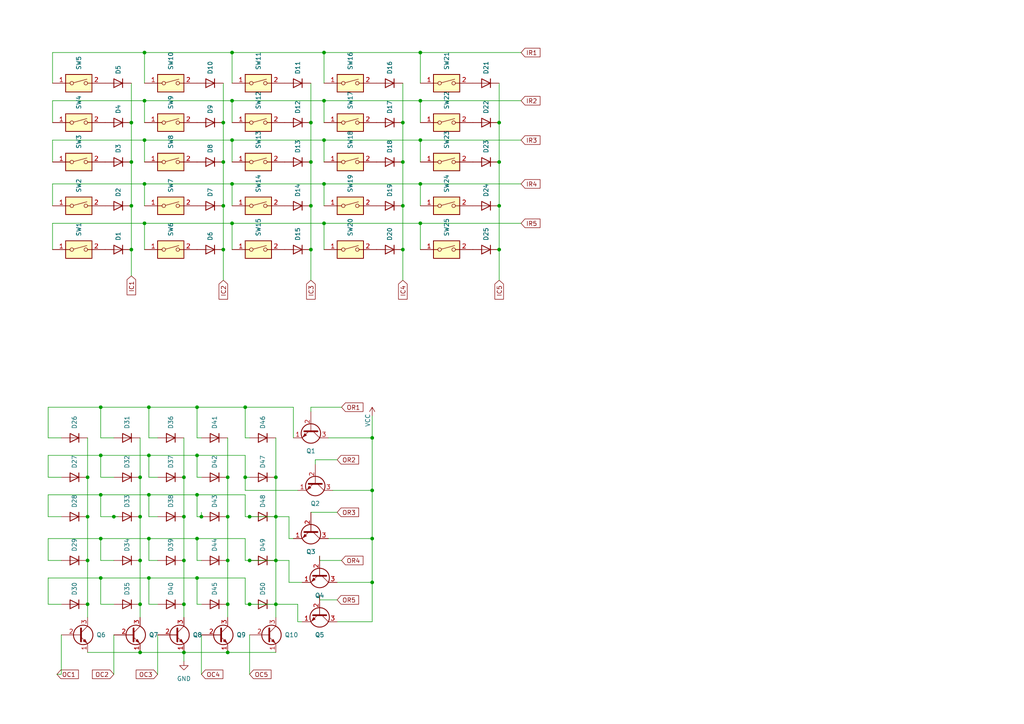
<source format=kicad_sch>
(kicad_sch (version 20230121) (generator eeschema)
  (paper "A4")
  (lib_symbols
    (symbol "Device:Q_NPN_EBC" (pin_names (offset 0) hide)
      (property "Reference" "Q" (at 5.08 1.27 0))
      (property "Value" "Q_NPN_EBC" (at 5.08 -1.27 0))
      (symbol "Q_NPN_EBC_0_1"
        (polyline (pts (xy 0.635 0.635) (xy 2.54 2.54)))
        (polyline (pts (xy 0.635 -0.635) (xy 2.54 -2.54) (xy 2.54 -2.54)))
        (polyline (pts (xy 0.635 1.905) (xy 0.635 -1.905) (xy 0.635 -1.905)) (stroke (width 0.508)))
        (polyline (pts (xy 1.27 -1.778) (xy 1.778 -1.27) (xy 2.286 -2.286) (xy 1.27 -1.778) (xy 1.27 -1.778)) (fill (type outline)))
        (circle (center 1.27 0) (radius 2.8194) (stroke (width 0.254)))
      )
      (symbol "Q_NPN_EBC_1_1"
        (pin passive line (at 2.54 -5.08 90) (length 2.54) (name "E") (number "1"))
        (pin passive line (at -5.08 0 0) (length 5.715) (name "B") (number "2"))
        (pin passive line (at 2.54 5.08 270) (length 2.54) (name "C") (number "3"))
      )
    )
    (symbol "Diode:1N4148" (pin_numbers hide) (pin_names hide)
      (property "Reference" "D" (at 0 2.54 0))
      (property "Value" "1N4148" (at 0 -2.54 0))
      (symbol "1N4148_0_1"
        (polyline (pts (xy -1.27 1.27) (xy -1.27 -1.27)) (stroke (width 0.254)))
        (polyline (pts (xy 1.27 0) (xy -1.27 0)))
        (polyline (pts (xy 1.27 1.27) (xy 1.27 -1.27) (xy -1.27 0) (xy 1.27 1.27)) (stroke (width 0.254)))
      )
      (symbol "1N4148_1_1"
        (pin passive line (at -3.81 0 0) (length 2.54) (name "K") (number "1"))
        (pin passive line (at 3.81 0 180) (length 2.54) (name "A") (number "2"))
      )
    )
    (symbol "SW_DIP_x01_1" (pin_names (offset 0) hide)
      (property "Reference" "SW16" (at 0 3.81 90))
      (symbol "SW_DIP_x01_1_0_0"
        (circle (center -2.032 0) (radius 0.508))
        (polyline (pts (xy -1.524 0.127) (xy 2.3622 1.1684)))
        (circle (center 2.032 0) (radius 0.508))
      )
      (symbol "SW_DIP_x01_1_0_1"
        (rectangle (start -3.81 2.54) (end 3.81 -2.54) (stroke (width 0.254)) (fill (type background)))
      )
      (symbol "SW_DIP_x01_1_1_1"
        (pin passive line (at -7.62 0 0) (length 5.08) (name "~") (number "1"))
        (pin passive line (at 7.62 0 180) (length 5.08) (name "~") (number "2"))
      )
    )
    (symbol "Switch:SW_DIP_x01" (pin_names (offset 0) hide)
      (property "Reference" "SW" (at 0 3.81 0))
      (property "Value" "SW_DIP_x01" (at 0 -3.81 0))
      (symbol "SW_DIP_x01_0_0"
        (circle (center -2.032 0) (radius 0.508))
        (polyline (pts (xy -1.524 0.127) (xy 2.3622 1.1684)))
        (circle (center 2.032 0) (radius 0.508))
      )
      (symbol "SW_DIP_x01_0_1"
        (rectangle (start -3.81 2.54) (end 3.81 -2.54) (stroke (width 0.254)) (fill (type background)))
      )
      (symbol "SW_DIP_x01_1_1"
        (pin passive line (at -7.62 0 0) (length 5.08) (name "~") (number "1"))
        (pin passive line (at 7.62 0 180) (length 5.08) (name "~") (number "2"))
      )
    )
    (symbol "power:GND" (power) (pin_names (offset 0))
      (property "Value" "GND" (at 0 -3.81 0))
      (symbol "GND_0_1"
        (polyline (pts (xy 0 0) (xy 0 -1.27) (xy 1.27 -1.27) (xy 0 -2.54) (xy -1.27 -1.27) (xy 0 -1.27)))
      )
      (symbol "GND_1_1"
        (pin power_in line (at 0 0 270) (length 0) hide (name "GND") (number "1"))
      )
    )
    (symbol "power:VCC" (power) (pin_names (offset 0))
      (property "Value" "VCC" (at 0 3.81 0))
      (symbol "VCC_0_1"
        (polyline (pts (xy -0.762 1.27) (xy 0 2.54)))
        (polyline (pts (xy 0 0) (xy 0 2.54)))
        (polyline (pts (xy 0 2.54) (xy 0.762 1.27)))
      )
      (symbol "VCC_1_1"
        (pin power_in line (at 0 0 90) (length 0) hide (name "VCC") (number "1"))
      )
    )
  )
  (junction (at 67.31 64.77))
  (junction (at 40.64 175.26))
  (junction (at 80.01 149.86))
  (junction (at 116.84 72.39))
  (junction (at 67.31 15.24))
  (junction (at 43.18 118.11))
  (junction (at 64.77 46.99))
  (junction (at 57.15 132.08))
  (junction (at 71.12 118.11))
  (junction (at 72.39 162.56))
  (junction (at 43.18 132.08))
  (junction (at 116.84 35.56))
  (junction (at 93.98 29.21))
  (junction (at 41.91 29.21))
  (junction (at 53.34 162.56))
  (junction (at 43.18 143.51))
  (junction (at 29.21 156.21))
  (junction (at 67.31 53.34))
  (junction (at 80.01 175.26))
  (junction (at 38.1 35.56))
  (junction (at 40.64 162.56))
  (junction (at 66.04 189.23))
  (junction (at 144.78 35.56))
  (junction (at 66.04 149.86))
  (junction (at 64.77 59.69))
  (junction (at 41.91 64.77))
  (junction (at 121.92 64.77))
  (junction (at 121.92 29.21))
  (junction (at 25.4 149.86))
  (junction (at 43.18 167.64))
  (junction (at 144.78 72.39))
  (junction (at 90.17 46.99))
  (junction (at 90.17 35.56))
  (junction (at 116.84 46.99))
  (junction (at 58.42 149.86))
  (junction (at 66.04 138.43))
  (junction (at 72.39 149.86))
  (junction (at 33.02 149.86))
  (junction (at 38.1 59.69))
  (junction (at 72.39 175.26))
  (junction (at 93.98 40.64))
  (junction (at 57.15 156.21))
  (junction (at 107.95 156.21))
  (junction (at 25.4 175.26))
  (junction (at 93.98 53.34))
  (junction (at 38.1 46.99))
  (junction (at 80.01 162.56))
  (junction (at 29.21 132.08))
  (junction (at 66.04 175.26))
  (junction (at 29.21 118.11))
  (junction (at 71.12 138.43))
  (junction (at 38.1 72.39))
  (junction (at 53.34 149.86))
  (junction (at 53.34 175.26))
  (junction (at 116.84 59.69))
  (junction (at 41.91 40.64))
  (junction (at 144.78 46.99))
  (junction (at 40.64 189.23))
  (junction (at 107.95 127))
  (junction (at 25.4 138.43))
  (junction (at 121.92 53.34))
  (junction (at 90.17 72.39))
  (junction (at 41.91 53.34))
  (junction (at 107.95 168.91))
  (junction (at 66.04 162.56))
  (junction (at 67.31 29.21))
  (junction (at 144.78 59.69))
  (junction (at 40.64 138.43))
  (junction (at 53.34 189.23))
  (junction (at 93.98 64.77))
  (junction (at 57.15 143.51))
  (junction (at 43.18 156.21))
  (junction (at 67.31 40.64))
  (junction (at 53.34 138.43))
  (junction (at 41.91 15.24))
  (junction (at 93.98 15.24))
  (junction (at 57.15 167.64))
  (junction (at 121.92 15.24))
  (junction (at 25.4 162.56))
  (junction (at 80.01 138.43))
  (junction (at 29.21 167.64))
  (junction (at 121.92 40.64))
  (junction (at 57.15 118.11))
  (junction (at 40.64 149.86))
  (junction (at 64.77 35.56))
  (junction (at 107.95 142.24))
  (junction (at 64.77 72.39))
  (junction (at 90.17 59.69))
  (junction (at 29.21 143.51))
  (wire (pts (xy 96.52 142.24) (xy 107.95 142.24)))
  (wire (pts (xy 71.12 138.43) (xy 72.39 138.43)))
  (wire (pts (xy 29.21 118.11) (xy 43.18 118.11)))
  (wire (pts (xy 15.24 40.64) (xy 41.91 40.64)))
  (wire (pts (xy 40.64 138.43) (xy 40.64 149.86)))
  (wire (pts (xy 71.12 143.51) (xy 71.12 149.86)))
  (wire (pts (xy 83.82 156.21) (xy 83.82 149.86)))
  (wire (pts (xy 29.21 156.21) (xy 43.18 156.21)))
  (wire (pts (xy 67.31 29.21) (xy 93.98 29.21)))
  (wire (pts (xy 57.15 132.08) (xy 71.12 132.08)))
  (wire (pts (xy 144.78 72.39) (xy 144.78 59.69)))
  (wire (pts (xy 67.31 40.64) (xy 67.31 46.99)))
  (wire (pts (xy 58.42 149.86) (xy 58.42 148.59)))
  (wire (pts (xy 57.15 143.51) (xy 57.15 149.86)))
  (wire (pts (xy 67.31 15.24) (xy 93.98 15.24)))
  (wire (pts (xy 15.24 15.24) (xy 41.91 15.24)))
  (wire (pts (xy 25.4 138.43) (xy 25.4 149.86)))
  (wire (pts (xy 15.24 59.69) (xy 15.24 53.34)))
  (wire (pts (xy 80.01 149.86) (xy 72.39 149.86)))
  (wire (pts (xy 15.24 72.39) (xy 15.24 64.77)))
  (wire (pts (xy 83.82 162.56) (xy 80.01 162.56)))
  (wire (pts (xy 13.97 149.86) (xy 17.78 149.86)))
  (wire (pts (xy 90.17 118.11) (xy 99.06 118.11)))
  (wire (pts (xy 15.24 53.34) (xy 41.91 53.34)))
  (wire (pts (xy 93.98 29.21) (xy 121.92 29.21)))
  (wire (pts (xy 53.34 175.26) (xy 53.34 162.56)))
  (wire (pts (xy 13.97 175.26) (xy 17.78 175.26)))
  (wire (pts (xy 40.64 175.26) (xy 40.64 162.56)))
  (wire (pts (xy 66.04 189.23) (xy 80.01 189.23)))
  (wire (pts (xy 38.1 35.56) (xy 38.1 46.99)))
  (wire (pts (xy 67.31 15.24) (xy 67.31 24.13)))
  (wire (pts (xy 95.25 127) (xy 107.95 127)))
  (wire (pts (xy 71.12 118.11) (xy 71.12 127)))
  (wire (pts (xy 86.36 180.34) (xy 87.63 180.34)))
  (wire (pts (xy 80.01 175.26) (xy 80.01 162.56)))
  (wire (pts (xy 90.17 35.56) (xy 90.17 46.99)))
  (wire (pts (xy 71.12 142.24) (xy 86.36 142.24)))
  (wire (pts (xy 57.15 149.86) (xy 58.42 149.86)))
  (wire (pts (xy 43.18 156.21) (xy 57.15 156.21)))
  (wire (pts (xy 15.24 64.77) (xy 41.91 64.77)))
  (wire (pts (xy 29.21 138.43) (xy 33.02 138.43)))
  (wire (pts (xy 95.25 156.21) (xy 107.95 156.21)))
  (wire (pts (xy 71.12 118.11) (xy 85.09 118.11)))
  (wire (pts (xy 57.15 132.08) (xy 57.15 138.43)))
  (wire (pts (xy 38.1 24.13) (xy 38.1 35.56)))
  (wire (pts (xy 93.98 64.77) (xy 93.98 72.39)))
  (wire (pts (xy 93.98 64.77) (xy 121.92 64.77)))
  (wire (pts (xy 121.92 29.21) (xy 151.13 29.21)))
  (wire (pts (xy 41.91 15.24) (xy 67.31 15.24)))
  (wire (pts (xy 43.18 138.43) (xy 45.72 138.43)))
  (wire (pts (xy 13.97 138.43) (xy 13.97 132.08)))
  (wire (pts (xy 29.21 132.08) (xy 43.18 132.08)))
  (wire (pts (xy 67.31 64.77) (xy 93.98 64.77)))
  (wire (pts (xy 71.12 142.24) (xy 71.12 138.43)))
  (wire (pts (xy 80.01 127) (xy 80.01 138.43)))
  (wire (pts (xy 83.82 168.91) (xy 87.63 168.91)))
  (wire (pts (xy 25.4 127) (xy 25.4 138.43)))
  (wire (pts (xy 57.15 156.21) (xy 57.15 162.56)))
  (wire (pts (xy 58.42 195.58) (xy 58.42 184.15)))
  (wire (pts (xy 71.12 175.26) (xy 72.39 175.26)))
  (wire (pts (xy 93.98 53.34) (xy 93.98 59.69)))
  (wire (pts (xy 93.98 15.24) (xy 93.98 24.13)))
  (wire (pts (xy 53.34 175.26) (xy 53.34 179.07)))
  (wire (pts (xy 33.02 149.86) (xy 34.29 149.86)))
  (wire (pts (xy 57.15 156.21) (xy 71.12 156.21)))
  (wire (pts (xy 92.71 162.56) (xy 92.71 161.29)))
  (wire (pts (xy 40.64 189.23) (xy 53.34 189.23)))
  (wire (pts (xy 13.97 162.56) (xy 13.97 156.21)))
  (wire (pts (xy 15.24 46.99) (xy 15.24 40.64)))
  (wire (pts (xy 93.98 40.64) (xy 121.92 40.64)))
  (wire (pts (xy 13.97 132.08) (xy 29.21 132.08)))
  (wire (pts (xy 43.18 162.56) (xy 45.72 162.56)))
  (wire (pts (xy 29.21 149.86) (xy 33.02 149.86)))
  (wire (pts (xy 67.31 29.21) (xy 67.31 35.56)))
  (wire (pts (xy 80.01 138.43) (xy 80.01 149.86)))
  (wire (pts (xy 71.12 162.56) (xy 72.39 162.56)))
  (wire (pts (xy 43.18 167.64) (xy 57.15 167.64)))
  (wire (pts (xy 57.15 127) (xy 58.42 127)))
  (wire (pts (xy 83.82 168.91) (xy 83.82 162.56)))
  (wire (pts (xy 53.34 138.43) (xy 53.34 149.86)))
  (wire (pts (xy 41.91 53.34) (xy 41.91 59.69)))
  (wire (pts (xy 38.1 46.99) (xy 38.1 59.69)))
  (wire (pts (xy 13.97 127) (xy 17.78 127)))
  (wire (pts (xy 66.04 175.26) (xy 66.04 162.56)))
  (wire (pts (xy 85.09 156.21) (xy 83.82 156.21)))
  (wire (pts (xy 29.21 143.51) (xy 43.18 143.51)))
  (wire (pts (xy 53.34 189.23) (xy 66.04 189.23)))
  (wire (pts (xy 41.91 40.64) (xy 41.91 46.99)))
  (wire (pts (xy 80.01 175.26) (xy 80.01 179.07)))
  (wire (pts (xy 116.84 46.99) (xy 116.84 59.69)))
  (wire (pts (xy 80.01 175.26) (xy 72.39 175.26)))
  (wire (pts (xy 40.64 127) (xy 40.64 138.43)))
  (wire (pts (xy 64.77 72.39) (xy 64.77 81.28)))
  (wire (pts (xy 107.95 156.21) (xy 107.95 168.91)))
  (wire (pts (xy 15.24 35.56) (xy 15.24 29.21)))
  (wire (pts (xy 90.17 72.39) (xy 90.17 81.28)))
  (wire (pts (xy 29.21 175.26) (xy 33.02 175.26)))
  (wire (pts (xy 92.71 173.99) (xy 97.79 173.99)))
  (wire (pts (xy 90.17 148.59) (xy 97.79 148.59)))
  (wire (pts (xy 57.15 143.51) (xy 71.12 143.51)))
  (wire (pts (xy 43.18 127) (xy 45.72 127)))
  (wire (pts (xy 25.4 179.07) (xy 25.4 175.26)))
  (wire (pts (xy 116.84 24.13) (xy 116.84 35.56)))
  (wire (pts (xy 13.97 156.21) (xy 29.21 156.21)))
  (wire (pts (xy 43.18 118.11) (xy 43.18 127)))
  (wire (pts (xy 57.15 167.64) (xy 57.15 175.26)))
  (wire (pts (xy 41.91 64.77) (xy 67.31 64.77)))
  (wire (pts (xy 107.95 142.24) (xy 107.95 156.21)))
  (wire (pts (xy 83.82 149.86) (xy 80.01 149.86)))
  (wire (pts (xy 144.78 24.13) (xy 144.78 35.56)))
  (wire (pts (xy 41.91 15.24) (xy 41.91 24.13)))
  (wire (pts (xy 116.84 35.56) (xy 116.84 46.99)))
  (wire (pts (xy 13.97 167.64) (xy 29.21 167.64)))
  (wire (pts (xy 29.21 143.51) (xy 29.21 149.86)))
  (wire (pts (xy 25.4 149.86) (xy 25.4 162.56)))
  (wire (pts (xy 90.17 72.39) (xy 90.17 59.69)))
  (wire (pts (xy 64.77 72.39) (xy 64.77 59.69)))
  (wire (pts (xy 144.78 35.56) (xy 144.78 46.99)))
  (wire (pts (xy 71.12 127) (xy 72.39 127)))
  (wire (pts (xy 86.36 175.26) (xy 80.01 175.26)))
  (wire (pts (xy 72.39 149.86) (xy 71.12 149.86)))
  (wire (pts (xy 90.17 46.99) (xy 90.17 59.69)))
  (wire (pts (xy 121.92 15.24) (xy 151.13 15.24)))
  (wire (pts (xy 64.77 46.99) (xy 64.77 59.69)))
  (wire (pts (xy 45.72 195.58) (xy 45.72 184.15)))
  (wire (pts (xy 67.31 53.34) (xy 93.98 53.34)))
  (wire (pts (xy 13.97 162.56) (xy 17.78 162.56)))
  (wire (pts (xy 38.1 59.69) (xy 38.1 72.39)))
  (wire (pts (xy 57.15 138.43) (xy 58.42 138.43)))
  (wire (pts (xy 144.78 72.39) (xy 144.78 81.28)))
  (wire (pts (xy 15.24 24.13) (xy 15.24 15.24)))
  (wire (pts (xy 29.21 132.08) (xy 29.21 138.43)))
  (wire (pts (xy 25.4 189.23) (xy 40.64 189.23)))
  (wire (pts (xy 72.39 195.58) (xy 72.39 184.15)))
  (wire (pts (xy 90.17 24.13) (xy 90.17 35.56)))
  (wire (pts (xy 121.92 40.64) (xy 151.13 40.64)))
  (wire (pts (xy 16.51 195.58) (xy 17.78 195.58)))
  (wire (pts (xy 40.64 149.86) (xy 40.64 162.56)))
  (wire (pts (xy 57.15 167.64) (xy 71.12 167.64)))
  (wire (pts (xy 13.97 143.51) (xy 29.21 143.51)))
  (wire (pts (xy 66.04 138.43) (xy 66.04 149.86)))
  (wire (pts (xy 43.18 143.51) (xy 43.18 149.86)))
  (wire (pts (xy 71.12 156.21) (xy 71.12 162.56)))
  (wire (pts (xy 17.78 195.58) (xy 17.78 184.15)))
  (wire (pts (xy 41.91 64.77) (xy 41.91 72.39)))
  (wire (pts (xy 93.98 15.24) (xy 121.92 15.24)))
  (wire (pts (xy 13.97 138.43) (xy 17.78 138.43)))
  (wire (pts (xy 67.31 64.77) (xy 67.31 72.39)))
  (wire (pts (xy 97.79 180.34) (xy 107.95 180.34)))
  (wire (pts (xy 38.1 72.39) (xy 38.1 80.01)))
  (wire (pts (xy 107.95 180.34) (xy 107.95 168.91)))
  (wire (pts (xy 13.97 118.11) (xy 29.21 118.11)))
  (wire (pts (xy 33.02 195.58) (xy 33.02 184.15)))
  (wire (pts (xy 121.92 64.77) (xy 121.92 72.39)))
  (wire (pts (xy 43.18 143.51) (xy 57.15 143.51)))
  (wire (pts (xy 43.18 118.11) (xy 57.15 118.11)))
  (wire (pts (xy 71.12 167.64) (xy 71.12 175.26)))
  (wire (pts (xy 64.77 35.56) (xy 64.77 46.99)))
  (wire (pts (xy 72.39 162.56) (xy 80.01 162.56)))
  (wire (pts (xy 29.21 118.11) (xy 29.21 127)))
  (wire (pts (xy 13.97 127) (xy 13.97 118.11)))
  (wire (pts (xy 64.77 24.13) (xy 64.77 35.56)))
  (wire (pts (xy 43.18 175.26) (xy 45.72 175.26)))
  (wire (pts (xy 57.15 175.26) (xy 58.42 175.26)))
  (wire (pts (xy 15.24 29.21) (xy 41.91 29.21)))
  (wire (pts (xy 41.91 40.64) (xy 67.31 40.64)))
  (wire (pts (xy 93.98 29.21) (xy 93.98 35.56)))
  (wire (pts (xy 67.31 40.64) (xy 93.98 40.64)))
  (wire (pts (xy 93.98 40.64) (xy 93.98 46.99)))
  (wire (pts (xy 57.15 118.11) (xy 71.12 118.11)))
  (wire (pts (xy 40.64 175.26) (xy 40.64 179.07)))
  (wire (pts (xy 121.92 29.21) (xy 121.92 35.56)))
  (wire (pts (xy 43.18 132.08) (xy 43.18 138.43)))
  (wire (pts (xy 121.92 15.24) (xy 121.92 24.13)))
  (wire (pts (xy 29.21 127) (xy 33.02 127)))
  (wire (pts (xy 41.91 29.21) (xy 41.91 35.56)))
  (wire (pts (xy 13.97 149.86) (xy 13.97 143.51)))
  (wire (pts (xy 29.21 162.56) (xy 33.02 162.56)))
  (wire (pts (xy 29.21 167.64) (xy 29.21 175.26)))
  (wire (pts (xy 144.78 46.99) (xy 144.78 59.69)))
  (wire (pts (xy 66.04 149.86) (xy 66.04 162.56)))
  (wire (pts (xy 91.44 133.35) (xy 91.44 134.62)))
  (wire (pts (xy 86.36 180.34) (xy 86.36 175.26)))
  (wire (pts (xy 121.92 64.77) (xy 151.13 64.77)))
  (wire (pts (xy 66.04 127) (xy 66.04 138.43)))
  (wire (pts (xy 91.44 133.35) (xy 97.79 133.35)))
  (wire (pts (xy 121.92 40.64) (xy 121.92 46.99)))
  (wire (pts (xy 29.21 156.21) (xy 29.21 162.56)))
  (wire (pts (xy 57.15 118.11) (xy 57.15 127)))
  (wire (pts (xy 66.04 175.26) (xy 66.04 179.07)))
  (wire (pts (xy 93.98 53.34) (xy 121.92 53.34)))
  (wire (pts (xy 116.84 72.39) (xy 116.84 81.28)))
  (wire (pts (xy 53.34 127) (xy 53.34 138.43)))
  (wire (pts (xy 90.17 118.11) (xy 90.17 119.38)))
  (wire (pts (xy 43.18 167.64) (xy 43.18 175.26)))
  (wire (pts (xy 25.4 162.56) (xy 25.4 175.26)))
  (wire (pts (xy 13.97 175.26) (xy 13.97 167.64)))
  (wire (pts (xy 85.09 118.11) (xy 85.09 127)))
  (wire (pts (xy 53.34 191.77) (xy 53.34 189.23)))
  (wire (pts (xy 67.31 53.34) (xy 67.31 59.69)))
  (wire (pts (xy 29.21 167.64) (xy 43.18 167.64)))
  (wire (pts (xy 116.84 72.39) (xy 116.84 59.69)))
  (wire (pts (xy 71.12 132.08) (xy 71.12 138.43)))
  (wire (pts (xy 107.95 120.65) (xy 107.95 127)))
  (wire (pts (xy 92.71 173.99) (xy 92.71 172.72)))
  (wire (pts (xy 43.18 156.21) (xy 43.18 162.56)))
  (wire (pts (xy 43.18 132.08) (xy 57.15 132.08)))
  (wire (pts (xy 43.18 149.86) (xy 45.72 149.86)))
  (wire (pts (xy 53.34 149.86) (xy 53.34 162.56)))
  (wire (pts (xy 121.92 53.34) (xy 151.13 53.34)))
  (wire (pts (xy 41.91 53.34) (xy 67.31 53.34)))
  (wire (pts (xy 58.42 162.56) (xy 57.15 162.56)))
  (wire (pts (xy 121.92 53.34) (xy 121.92 59.69)))
  (wire (pts (xy 107.95 127) (xy 107.95 142.24)))
  (wire (pts (xy 97.79 168.91) (xy 107.95 168.91)))
  (wire (pts (xy 41.91 29.21) (xy 67.31 29.21)))
  (wire (pts (xy 92.71 162.56) (xy 99.06 162.56)))
  (wire (pts (xy 80.01 149.86) (xy 80.01 162.56)))
  (global_label "IR4" (shape input) (at 151.13 53.34 0) (property "Intersheetrefs" "${INTERSHEET_REFS}" (effects hide)))
  (global_label "OC2" (shape input) (at 33.02 195.58 180) (property "Intersheetrefs" "${INTERSHEET_REFS}" (effects hide)))
  (global_label "IC3" (shape input) (at 90.17 81.28 270) (property "Intersheetrefs" "${INTERSHEET_REFS}" (effects hide)))
  (global_label "IR2" (shape input) (at 151.13 29.21 0) (property "Intersheetrefs" "${INTERSHEET_REFS}" (effects hide)))
  (global_label "OR4" (shape input) (at 99.06 162.56 0) (property "Intersheetrefs" "${INTERSHEET_REFS}" (effects hide)))
  (global_label "OC5" (shape input) (at 72.39 195.58 0) (property "Intersheetrefs" "${INTERSHEET_REFS}" (effects hide)))
  (global_label "IC2" (shape input) (at 64.77 81.28 270) (property "Intersheetrefs" "${INTERSHEET_REFS}" (effects hide)))
  (global_label "IC5" (shape input) (at 144.78 81.28 270) (property "Intersheetrefs" "${INTERSHEET_REFS}" (effects hide)))
  (global_label "OC3" (shape input) (at 45.72 195.58 180) (property "Intersheetrefs" "${INTERSHEET_REFS}" (effects hide)))
  (global_label "IR1" (shape input) (at 151.13 15.24 0) (property "Intersheetrefs" "${INTERSHEET_REFS}" (effects hide)))
  (global_label "IC1" (shape input) (at 38.1 80.01 270) (property "Intersheetrefs" "${INTERSHEET_REFS}" (effects hide)))
  (global_label "OR5" (shape input) (at 97.79 173.99 0) (property "Intersheetrefs" "${INTERSHEET_REFS}" (effects hide)))
  (global_label "OC1" (shape input) (at 16.51 195.58 0) (property "Intersheetrefs" "${INTERSHEET_REFS}" (effects hide)))
  (global_label "IC4" (shape input) (at 116.84 81.28 270) (property "Intersheetrefs" "${INTERSHEET_REFS}" (effects hide)))
  (global_label "OR2" (shape input) (at 97.79 133.35 0) (property "Intersheetrefs" "${INTERSHEET_REFS}" (effects hide)))
  (global_label "OR3" (shape input) (at 97.79 148.59 0) (property "Intersheetrefs" "${INTERSHEET_REFS}" (effects hide)))
  (global_label "OC4" (shape input) (at 58.42 195.58 0) (property "Intersheetrefs" "${INTERSHEET_REFS}" (effects hide)))
  (global_label "OR1" (shape input) (at 99.06 118.11 0) (property "Intersheetrefs" "${INTERSHEET_REFS}" (effects hide)))
  (global_label "IR5" (shape input) (at 151.13 64.77 0) (property "Intersheetrefs" "${INTERSHEET_REFS}" (effects hide)))
  (global_label "IR3" (shape input) (at 151.13 40.64 0) (property "Intersheetrefs" "${INTERSHEET_REFS}" (effects hide)))
  (symbol (lib_id "Diode:1N4148") (at 140.97 59.69 180) (unit 1)
    (property "Reference" "D24" (at 140.97 57.15 90) (effects (justify right)))
    (property "Value" "1N4148" (effects hide))
    (property "Footprint" "Diode_THT:D_DO-35_SOD27_P7.62mm_Horizontal" (effects hide))
    (property "Datasheet" "https://assets.nexperia.com/documents/data-sheet/1N4148_1N4448.pdf" (effects hide))
    (property "Sim.Device" "D" (effects hide))
    (property "Sim.Pins" "1=K 2=A" (effects hide))
  )
  (symbol (lib_id "Diode:1N4148") (at 86.36 46.99 180) (unit 1)
    (property "Reference" "D13" (at 86.36 44.45 90) (effects (justify right)))
    (property "Value" "1N4148" (effects hide))
    (property "Footprint" "Diode_THT:D_DO-35_SOD27_P7.62mm_Horizontal" (effects hide))
    (property "Datasheet" "https://assets.nexperia.com/documents/data-sheet/1N4148_1N4448.pdf" (effects hide))
    (property "Sim.Device" "D" (effects hide))
    (property "Sim.Pins" "1=K 2=A" (effects hide))
  )
  (symbol (lib_id "Diode:1N4148") (at 62.23 149.86 180) (unit 1)
    (property "Reference" "D43" (at 62.23 147.32 90) (effects (justify right)))
    (property "Value" "1N4148" (effects hide))
    (property "Footprint" "Diode_THT:D_DO-35_SOD27_P7.62mm_Horizontal" (effects hide))
    (property "Datasheet" "https://assets.nexperia.com/documents/data-sheet/1N4148_1N4448.pdf" (effects hide))
    (property "Sim.Device" "D" (effects hide))
    (property "Sim.Pins" "1=K 2=A" (effects hide))
  )
  (symbol (lib_id "Diode:1N4148") (at 34.29 24.13 180) (unit 1)
    (property "Reference" "D5" (at 34.29 21.59 90) (effects (justify right)))
    (property "Value" "1N4148" (effects hide))
    (property "Footprint" "Diode_THT:D_DO-35_SOD27_P7.62mm_Horizontal" (effects hide))
    (property "Datasheet" "https://assets.nexperia.com/documents/data-sheet/1N4148_1N4448.pdf" (effects hide))
    (property "Sim.Device" "D" (effects hide))
    (property "Sim.Pins" "1=K 2=A" (effects hide))
  )
  (symbol (lib_id "Switch:SW_DIP_x01") (at 49.53 72.39 0) (unit 1)
    (property "Reference" "SW6" (at 49.53 68.58 90) (effects (justify left)))
    (property "Value" "SW_DIP_x01" (effects hide))
    (property "Footprint" "Connector:TOYACON" (effects hide))
  )
  (symbol (lib_id "Switch:SW_DIP_x01") (at 74.93 24.13 0) (unit 1)
    (property "Reference" "SW11" (at 74.93 20.32 90) (effects (justify left)))
    (property "Value" "SW_DIP_x01" (effects hide))
    (property "Footprint" "Connector:TOYACON" (effects hide))
  )
  (symbol (lib_id "Diode:1N4148") (at 86.36 24.13 180) (unit 1)
    (property "Reference" "D11" (at 86.36 21.59 90) (effects (justify right)))
    (property "Value" "1N4148" (effects hide))
    (property "Footprint" "Diode_THT:D_DO-35_SOD27_P7.62mm_Horizontal" (effects hide))
    (property "Datasheet" "https://assets.nexperia.com/documents/data-sheet/1N4148_1N4448.pdf" (effects hide))
    (property "Sim.Device" "D" (effects hide))
    (property "Sim.Pins" "1=K 2=A" (effects hide))
  )
  (symbol (lib_id "Diode:1N4148") (at 49.53 149.86 180) (unit 1)
    (property "Reference" "D38" (at 49.53 147.32 90) (effects (justify right)))
    (property "Value" "1N4148" (effects hide))
    (property "Footprint" "Diode_THT:D_DO-35_SOD27_P7.62mm_Horizontal" (effects hide))
    (property "Datasheet" "https://assets.nexperia.com/documents/data-sheet/1N4148_1N4448.pdf" (effects hide))
    (property "Sim.Device" "D" (effects hide))
    (property "Sim.Pins" "1=K 2=A" (effects hide))
  )
  (symbol (lib_id "Diode:1N4148") (at 34.29 72.39 180) (unit 1)
    (property "Reference" "D1" (at 34.29 69.85 90) (effects (justify right)))
    (property "Value" "1N4148" (effects hide))
    (property "Footprint" "Diode_THT:D_DO-35_SOD27_P7.62mm_Horizontal" (effects hide))
    (property "Datasheet" "https://assets.nexperia.com/documents/data-sheet/1N4148_1N4448.pdf" (effects hide))
    (property "Sim.Device" "D" (effects hide))
    (property "Sim.Pins" "1=K 2=A" (effects hide))
  )
  (symbol (lib_id "Diode:1N4148") (at 62.23 138.43 180) (unit 1)
    (property "Reference" "D42" (at 62.23 135.89 90) (effects (justify right)))
    (property "Value" "1N4148" (effects hide))
    (property "Footprint" "Diode_THT:D_DO-35_SOD27_P7.62mm_Horizontal" (effects hide))
    (property "Datasheet" "https://assets.nexperia.com/documents/data-sheet/1N4148_1N4448.pdf" (effects hide))
    (property "Sim.Device" "D" (effects hide))
    (property "Sim.Pins" "1=K 2=A" (effects hide))
  )
  (symbol (lib_id "Device:Q_NPN_EBC") (at 22.86 184.15 0) (unit 1)
    (property "Reference" "Q6" (at 27.94 184.15 0) (effects (justify left)))
    (property "Value" "Q_NPN_EBC" (effects hide))
    (property "Footprint" "Package_TO_SOT_SMD:SOT-23W_Handsoldering" (effects hide))
  )
  (symbol (lib_id "Diode:1N4148") (at 60.96 24.13 180) (unit 1)
    (property "Reference" "D10" (at 60.96 21.59 90) (effects (justify right)))
    (property "Value" "1N4148" (effects hide))
    (property "Footprint" "Diode_THT:D_DO-35_SOD27_P7.62mm_Horizontal" (effects hide))
    (property "Datasheet" "https://assets.nexperia.com/documents/data-sheet/1N4148_1N4448.pdf" (effects hide))
    (property "Sim.Device" "D" (effects hide))
    (property "Sim.Pins" "1=K 2=A" (effects hide))
  )
  (symbol (lib_id "Switch:SW_DIP_x01") (at 49.53 46.99 0) (unit 1)
    (property "Reference" "SW8" (at 49.53 43.18 90) (effects (justify left)))
    (property "Value" "SW_DIP_x01" (effects hide))
    (property "Footprint" "Connector:TOYACON" (effects hide))
  )
  (symbol (lib_id "Diode:1N4148") (at 60.96 35.56 180) (unit 1)
    (property "Reference" "D9" (at 60.96 33.02 90) (effects (justify right)))
    (property "Value" "1N4148" (effects hide))
    (property "Footprint" "Diode_THT:D_DO-35_SOD27_P7.62mm_Horizontal" (effects hide))
    (property "Datasheet" "https://assets.nexperia.com/documents/data-sheet/1N4148_1N4448.pdf" (effects hide))
    (property "Sim.Device" "D" (effects hide))
    (property "Sim.Pins" "1=K 2=A" (effects hide))
  )
  (symbol (lib_id "Diode:1N4148") (at 76.2 162.56 180) (unit 1)
    (property "Reference" "D49" (at 76.2 160.02 90) (effects (justify right)))
    (property "Value" "1N4148" (effects hide))
    (property "Footprint" "Diode_THT:D_DO-35_SOD27_P7.62mm_Horizontal" (effects hide))
    (property "Datasheet" "https://assets.nexperia.com/documents/data-sheet/1N4148_1N4448.pdf" (effects hide))
    (property "Sim.Device" "D" (effects hide))
    (property "Sim.Pins" "1=K 2=A" (effects hide))
  )
  (symbol (lib_id "power:GND") (at 53.34 191.77 0) (unit 1)
    (property "Reference" "#PWR01" (effects hide))
    (property "Value" "GND" (at 53.34 196.85 0))
  )
  (symbol (lib_id "Diode:1N4148") (at 60.96 46.99 180) (unit 1)
    (property "Reference" "D8" (at 60.96 44.45 90) (effects (justify right)))
    (property "Value" "1N4148" (effects hide))
    (property "Footprint" "Diode_THT:D_DO-35_SOD27_P7.62mm_Horizontal" (effects hide))
    (property "Datasheet" "https://assets.nexperia.com/documents/data-sheet/1N4148_1N4448.pdf" (effects hide))
    (property "Sim.Device" "D" (effects hide))
    (property "Sim.Pins" "1=K 2=A" (effects hide))
  )
  (symbol (lib_id "Diode:1N4148") (at 36.83 138.43 180) (unit 1)
    (property "Reference" "D32" (at 36.83 135.89 90) (effects (justify right)))
    (property "Value" "1N4148" (effects hide))
    (property "Footprint" "Diode_THT:D_DO-35_SOD27_P7.62mm_Horizontal" (effects hide))
    (property "Datasheet" "https://assets.nexperia.com/documents/data-sheet/1N4148_1N4448.pdf" (effects hide))
    (property "Sim.Device" "D" (effects hide))
    (property "Sim.Pins" "1=K 2=A" (effects hide))
  )
  (symbol (lib_id "Diode:1N4148") (at 86.36 35.56 180) (unit 1)
    (property "Reference" "D12" (at 86.36 33.02 90) (effects (justify right)))
    (property "Value" "1N4148" (effects hide))
    (property "Footprint" "Diode_THT:D_DO-35_SOD27_P7.62mm_Horizontal" (effects hide))
    (property "Datasheet" "https://assets.nexperia.com/documents/data-sheet/1N4148_1N4448.pdf" (effects hide))
    (property "Sim.Device" "D" (effects hide))
    (property "Sim.Pins" "1=K 2=A" (effects hide))
  )
  (symbol (lib_id "Device:Q_NPN_EBC") (at 90.17 124.46 270) (unit 1)
    (property "Reference" "Q1" (at 90.17 130.81 90))
    (property "Value" "Q_NPN_EBC" (effects hide))
    (property "Footprint" "Package_TO_SOT_SMD:SOT-23W_Handsoldering" (effects hide))
  )
  (symbol (lib_id "Diode:1N4148") (at 36.83 162.56 180) (unit 1)
    (property "Reference" "D34" (at 36.83 160.02 90) (effects (justify right)))
    (property "Value" "1N4148" (effects hide))
    (property "Footprint" "Diode_THT:D_DO-35_SOD27_P7.62mm_Horizontal" (effects hide))
    (property "Datasheet" "https://assets.nexperia.com/documents/data-sheet/1N4148_1N4448.pdf" (effects hide))
    (property "Sim.Device" "D" (effects hide))
    (property "Sim.Pins" "1=K 2=A" (effects hide))
  )
  (symbol (lib_id "Device:Q_NPN_EBC") (at 92.71 177.8 270) (unit 1)
    (property "Reference" "Q5" (at 92.71 184.15 90))
    (property "Value" "Q_NPN_EBC" (effects hide))
    (property "Footprint" "Package_TO_SOT_SMD:SOT-23W_Handsoldering" (effects hide))
  )
  (symbol (lib_id "Switch:SW_DIP_x01") (at 74.93 35.56 0) (unit 1)
    (property "Reference" "SW12" (at 74.93 31.75 90) (effects (justify left)))
    (property "Value" "SW_DIP_x01" (effects hide))
    (property "Footprint" "Connector:TOYACON" (effects hide))
  )
  (symbol (lib_id "Diode:1N4148") (at 76.2 127 180) (unit 1)
    (property "Reference" "D46" (at 76.2 124.46 90) (effects (justify right)))
    (property "Value" "1N4148" (effects hide))
    (property "Footprint" "Diode_THT:D_DO-35_SOD27_P7.62mm_Horizontal" (effects hide))
    (property "Datasheet" "https://assets.nexperia.com/documents/data-sheet/1N4148_1N4448.pdf" (effects hide))
    (property "Sim.Device" "D" (effects hide))
    (property "Sim.Pins" "1=K 2=A" (effects hide))
  )
  (symbol (lib_id "Switch:SW_DIP_x01") (at 74.93 46.99 0) (unit 1)
    (property "Reference" "SW13" (at 74.93 43.18 90) (effects (justify left)))
    (property "Value" "SW_DIP_x01" (effects hide))
    (property "Footprint" "Connector:TOYACON" (effects hide))
  )
  (symbol (lib_id "Diode:1N4148") (at 34.29 46.99 180) (unit 1)
    (property "Reference" "D3" (at 34.29 44.45 90) (effects (justify right)))
    (property "Value" "1N4148" (effects hide))
    (property "Footprint" "Diode_THT:D_DO-35_SOD27_P7.62mm_Horizontal" (effects hide))
    (property "Datasheet" "https://assets.nexperia.com/documents/data-sheet/1N4148_1N4448.pdf" (effects hide))
    (property "Sim.Device" "D" (effects hide))
    (property "Sim.Pins" "1=K 2=A" (effects hide))
  )
  (symbol (lib_id "Diode:1N4148") (at 113.03 59.69 180) (unit 1)
    (property "Reference" "D19" (at 113.03 57.15 90) (effects (justify right)))
    (property "Value" "1N4148" (effects hide))
    (property "Footprint" "Diode_THT:D_DO-35_SOD27_P7.62mm_Horizontal" (effects hide))
    (property "Datasheet" "https://assets.nexperia.com/documents/data-sheet/1N4148_1N4448.pdf" (effects hide))
    (property "Sim.Device" "D" (effects hide))
    (property "Sim.Pins" "1=K 2=A" (effects hide))
  )
  (symbol (lib_id "Diode:1N4148") (at 49.53 162.56 180) (unit 1)
    (property "Reference" "D39" (at 49.53 160.02 90) (effects (justify right)))
    (property "Value" "1N4148" (effects hide))
    (property "Footprint" "Diode_THT:D_DO-35_SOD27_P7.62mm_Horizontal" (effects hide))
    (property "Datasheet" "https://assets.nexperia.com/documents/data-sheet/1N4148_1N4448.pdf" (effects hide))
    (property "Sim.Device" "D" (effects hide))
    (property "Sim.Pins" "1=K 2=A" (effects hide))
  )
  (symbol (lib_id "Diode:1N4148") (at 34.29 59.69 180) (unit 1)
    (property "Reference" "D2" (at 34.29 57.15 90) (effects (justify right)))
    (property "Value" "1N4148" (effects hide))
    (property "Footprint" "Diode_THT:D_DO-35_SOD27_P7.62mm_Horizontal" (effects hide))
    (property "Datasheet" "https://assets.nexperia.com/documents/data-sheet/1N4148_1N4448.pdf" (effects hide))
    (property "Sim.Device" "D" (effects hide))
    (property "Sim.Pins" "1=K 2=A" (effects hide))
  )
  (symbol (lib_id "Diode:1N4148") (at 140.97 35.56 180) (unit 1)
    (property "Reference" "D22" (at 140.97 33.02 90) (effects (justify right)))
    (property "Value" "1N4148" (effects hide))
    (property "Footprint" "Diode_THT:D_DO-35_SOD27_P7.62mm_Horizontal" (effects hide))
    (property "Datasheet" "https://assets.nexperia.com/documents/data-sheet/1N4148_1N4448.pdf" (effects hide))
    (property "Sim.Device" "D" (effects hide))
    (property "Sim.Pins" "1=K 2=A" (effects hide))
  )
  (symbol (lib_id "Switch:SW_DIP_x01") (at 129.54 59.69 0) (unit 1)
    (property "Reference" "SW24" (at 129.54 55.88 90) (effects (justify left)))
    (property "Value" "SW_DIP_x01" (effects hide))
    (property "Footprint" "Connector:TOYACON" (effects hide))
  )
  (symbol (lib_id "Switch:SW_DIP_x01") (at 74.93 59.69 0) (unit 1)
    (property "Reference" "SW14" (at 74.93 55.88 90) (effects (justify left)))
    (property "Value" "SW_DIP_x01" (effects hide))
    (property "Footprint" "Connector:TOYACON" (effects hide))
  )
  (symbol (lib_id "Diode:1N4148") (at 140.97 72.39 180) (unit 1)
    (property "Reference" "D25" (at 140.97 69.85 90) (effects (justify right)))
    (property "Value" "1N4148" (effects hide))
    (property "Footprint" "Diode_THT:D_DO-35_SOD27_P7.62mm_Horizontal" (effects hide))
    (property "Datasheet" "https://assets.nexperia.com/documents/data-sheet/1N4148_1N4448.pdf" (effects hide))
    (property "Sim.Device" "D" (effects hide))
    (property "Sim.Pins" "1=K 2=A" (effects hide))
  )
  (symbol (lib_id "Switch:SW_DIP_x01") (at 129.54 72.39 0) (unit 1)
    (property "Reference" "SW25" (at 129.54 68.58 90) (effects (justify left)))
    (property "Value" "SW_DIP_x01" (effects hide))
    (property "Footprint" "Connector:TOYACON" (effects hide))
  )
  (symbol (lib_id "Switch:SW_DIP_x01") (at 22.86 72.39 0) (unit 1)
    (property "Reference" "SW1" (at 22.86 68.58 90) (effects (justify left)))
    (property "Value" "SW_DIP_x01" (effects hide))
    (property "Footprint" "Connector:TOYACON" (effects hide))
  )
  (symbol (lib_id "Switch:SW_DIP_x01") (at 101.6 46.99 0) (unit 1)
    (property "Reference" "SW18" (at 101.6 43.18 90) (effects (justify left)))
    (property "Value" "SW_DIP_x01" (effects hide))
    (property "Footprint" "Connector:TOYACON" (effects hide))
  )
  (symbol (lib_id "Diode:1N4148") (at 21.59 127 180) (unit 1)
    (property "Reference" "D26" (at 21.59 124.46 90) (effects (justify right)))
    (property "Value" "1N4148" (effects hide))
    (property "Footprint" "Diode_THT:D_DO-35_SOD27_P7.62mm_Horizontal" (effects hide))
    (property "Datasheet" "https://assets.nexperia.com/documents/data-sheet/1N4148_1N4448.pdf" (effects hide))
    (property "Sim.Device" "D" (effects hide))
    (property "Sim.Pins" "1=K 2=A" (effects hide))
  )
  (symbol (lib_id "Device:Q_NPN_EBC") (at 77.47 184.15 0) (unit 1)
    (property "Reference" "Q10" (at 82.55 184.15 0) (effects (justify left)))
    (property "Value" "Q_NPN_EBC" (effects hide))
    (property "Footprint" "Package_TO_SOT_SMD:SOT-23W_Handsoldering" (effects hide))
  )
  (symbol (lib_id "Switch:SW_DIP_x01") (at 49.53 24.13 0) (unit 1)
    (property "Reference" "SW10" (at 49.53 20.32 90) (effects (justify left)))
    (property "Value" "SW_DIP_x01" (effects hide))
    (property "Footprint" "Connector:TOYACON" (effects hide))
  )
  (symbol (lib_id "Switch:SW_DIP_x01") (at 49.53 35.56 0) (unit 1)
    (property "Reference" "SW9" (at 49.53 31.75 90) (effects (justify left)))
    (property "Value" "SW_DIP_x01" (effects hide))
    (property "Footprint" "Connector:TOYACON" (effects hide))
  )
  (symbol (lib_id "Diode:1N4148") (at 21.59 138.43 180) (unit 1)
    (property "Reference" "D27" (at 21.59 135.89 90) (effects (justify right)))
    (property "Value" "1N4148" (effects hide))
    (property "Footprint" "Diode_THT:D_DO-35_SOD27_P7.62mm_Horizontal" (effects hide))
    (property "Datasheet" "https://assets.nexperia.com/documents/data-sheet/1N4148_1N4448.pdf" (effects hide))
    (property "Sim.Device" "D" (effects hide))
    (property "Sim.Pins" "1=K 2=A" (effects hide))
  )
  (symbol (lib_id "Diode:1N4148") (at 62.23 175.26 180) (unit 1)
    (property "Reference" "D45" (at 62.23 172.72 90) (effects (justify right)))
    (property "Value" "1N4148" (effects hide))
    (property "Footprint" "Diode_THT:D_DO-35_SOD27_P7.62mm_Horizontal" (effects hide))
    (property "Datasheet" "https://assets.nexperia.com/documents/data-sheet/1N4148_1N4448.pdf" (effects hide))
    (property "Sim.Device" "D" (effects hide))
    (property "Sim.Pins" "1=K 2=A" (effects hide))
  )
  (symbol (lib_id "Switch:SW_DIP_x01") (at 74.93 72.39 0) (unit 1)
    (property "Reference" "SW15" (at 74.93 68.58 90) (effects (justify left)))
    (property "Value" "SW_DIP_x01" (effects hide))
    (property "Footprint" "Connector:TOYACON" (effects hide))
  )
  (symbol (lib_id "Diode:1N4148") (at 113.03 24.13 180) (unit 1)
    (property "Reference" "D16" (at 113.03 21.59 90) (effects (justify right)))
    (property "Value" "1N4148" (effects hide))
    (property "Footprint" "Diode_THT:D_DO-35_SOD27_P7.62mm_Horizontal" (effects hide))
    (property "Datasheet" "https://assets.nexperia.com/documents/data-sheet/1N4148_1N4448.pdf" (effects hide))
    (property "Sim.Device" "D" (effects hide))
    (property "Sim.Pins" "1=K 2=A" (effects hide))
  )
  (symbol (lib_id "Diode:1N4148") (at 34.29 35.56 180) (unit 1)
    (property "Reference" "D4" (at 34.29 33.02 90) (effects (justify right)))
    (property "Value" "1N4148" (effects hide))
    (property "Footprint" "Diode_THT:D_DO-35_SOD27_P7.62mm_Horizontal" (effects hide))
    (property "Datasheet" "https://assets.nexperia.com/documents/data-sheet/1N4148_1N4448.pdf" (effects hide))
    (property "Sim.Device" "D" (effects hide))
    (property "Sim.Pins" "1=K 2=A" (effects hide))
  )
  (symbol (lib_id "Switch:SW_DIP_x01") (at 129.54 24.13 0) (unit 1)
    (property "Reference" "SW21" (at 129.54 20.32 90) (effects (justify left)))
    (property "Value" "SW_DIP_x01" (effects hide))
    (property "Footprint" "Connector:TOYACON" (effects hide))
  )
  (symbol (lib_id "Switch:SW_DIP_x01") (at 22.86 46.99 0) (unit 1)
    (property "Reference" "SW3" (at 22.86 43.18 90) (effects (justify left)))
    (property "Value" "SW_DIP_x01" (effects hide))
    (property "Footprint" "Connector:TOYACON" (effects hide))
  )
  (symbol (lib_id "Diode:1N4148") (at 113.03 35.56 180) (unit 1)
    (property "Reference" "D17" (at 113.03 33.02 90) (effects (justify right)))
    (property "Value" "1N4148" (effects hide))
    (property "Footprint" "Diode_THT:D_DO-35_SOD27_P7.62mm_Horizontal" (effects hide))
    (property "Datasheet" "https://assets.nexperia.com/documents/data-sheet/1N4148_1N4448.pdf" (effects hide))
    (property "Sim.Device" "D" (effects hide))
    (property "Sim.Pins" "1=K 2=A" (effects hide))
  )
  (symbol (lib_id "Diode:1N4148") (at 113.03 46.99 180) (unit 1)
    (property "Reference" "D18" (at 113.03 44.45 90) (effects (justify right)))
    (property "Value" "1N4148" (effects hide))
    (property "Footprint" "Diode_THT:D_DO-35_SOD27_P7.62mm_Horizontal" (effects hide))
    (property "Datasheet" "https://assets.nexperia.com/documents/data-sheet/1N4148_1N4448.pdf" (effects hide))
    (property "Sim.Device" "D" (effects hide))
    (property "Sim.Pins" "1=K 2=A" (effects hide))
  )
  (symbol (lib_id "Diode:1N4148") (at 36.83 149.86 180) (unit 1)
    (property "Reference" "D33" (at 36.83 147.32 90) (effects (justify right)))
    (property "Value" "1N4148" (effects hide))
    (property "Footprint" "Diode_THT:D_DO-35_SOD27_P7.62mm_Horizontal" (effects hide))
    (property "Datasheet" "https://assets.nexperia.com/documents/data-sheet/1N4148_1N4448.pdf" (effects hide))
    (property "Sim.Device" "D" (effects hide))
    (property "Sim.Pins" "1=K 2=A" (effects hide))
  )
  (symbol (lib_id "Diode:1N4148") (at 113.03 72.39 180) (unit 1)
    (property "Reference" "D20" (at 113.03 69.85 90) (effects (justify right)))
    (property "Value" "1N4148" (effects hide))
    (property "Footprint" "Diode_THT:D_DO-35_SOD27_P7.62mm_Horizontal" (effects hide))
    (property "Datasheet" "https://assets.nexperia.com/documents/data-sheet/1N4148_1N4448.pdf" (effects hide))
    (property "Sim.Device" "D" (effects hide))
    (property "Sim.Pins" "1=K 2=A" (effects hide))
  )
  (symbol (lib_id "Diode:1N4148") (at 36.83 127 180) (unit 1)
    (property "Reference" "D31" (at 36.83 124.46 90) (effects (justify right)))
    (property "Value" "1N4148" (effects hide))
    (property "Footprint" "Diode_THT:D_DO-35_SOD27_P7.62mm_Horizontal" (effects hide))
    (property "Datasheet" "https://assets.nexperia.com/documents/data-sheet/1N4148_1N4448.pdf" (effects hide))
    (property "Sim.Device" "D" (effects hide))
    (property "Sim.Pins" "1=K 2=A" (effects hide))
  )
  (symbol (lib_id "Switch:SW_DIP_x01") (at 22.86 24.13 0) (unit 1)
    (property "Reference" "SW5" (at 22.86 20.32 90) (effects (justify left)))
    (property "Value" "SW_DIP_x01" (effects hide))
    (property "Footprint" "Connector:TOYACON" (effects hide))
  )
  (symbol (lib_id "Diode:1N4148") (at 21.59 149.86 180) (unit 1)
    (property "Reference" "D28" (at 21.59 147.32 90) (effects (justify right)))
    (property "Value" "1N4148" (effects hide))
    (property "Footprint" "Diode_THT:D_DO-35_SOD27_P7.62mm_Horizontal" (effects hide))
    (property "Datasheet" "https://assets.nexperia.com/documents/data-sheet/1N4148_1N4448.pdf" (effects hide))
    (property "Sim.Device" "D" (effects hide))
    (property "Sim.Pins" "1=K 2=A" (effects hide))
  )
  (symbol (lib_id "Device:Q_NPN_EBC") (at 91.44 139.7 270) (unit 1)
    (property "Reference" "Q2" (at 91.44 146.05 90))
    (property "Value" "Q_NPN_EBC" (effects hide))
    (property "Footprint" "Package_TO_SOT_SMD:SOT-23W_Handsoldering" (effects hide))
  )
  (symbol (lib_id "Device:Q_NPN_EBC") (at 63.5 184.15 0) (unit 1)
    (property "Reference" "Q9" (at 68.58 184.15 0) (effects (justify left)))
    (property "Value" "Q_NPN_EBC" (effects hide))
    (property "Footprint" "Package_TO_SOT_SMD:SOT-23W_Handsoldering" (effects hide))
  )
  (symbol (lib_id "Diode:1N4148") (at 36.83 175.26 180) (unit 1)
    (property "Reference" "D35" (at 36.83 172.72 90) (effects (justify right)))
    (property "Value" "1N4148" (effects hide))
    (property "Footprint" "Diode_THT:D_DO-35_SOD27_P7.62mm_Horizontal" (effects hide))
    (property "Datasheet" "https://assets.nexperia.com/documents/data-sheet/1N4148_1N4448.pdf" (effects hide))
    (property "Sim.Device" "D" (effects hide))
    (property "Sim.Pins" "1=K 2=A" (effects hide))
  )
  (symbol (lib_id "Diode:1N4148") (at 62.23 162.56 180) (unit 1)
    (property "Reference" "D44" (at 62.23 160.02 90) (effects (justify right)))
    (property "Value" "1N4148" (effects hide))
    (property "Footprint" "Diode_THT:D_DO-35_SOD27_P7.62mm_Horizontal" (effects hide))
    (property "Datasheet" "https://assets.nexperia.com/documents/data-sheet/1N4148_1N4448.pdf" (effects hide))
    (property "Sim.Device" "D" (effects hide))
    (property "Sim.Pins" "1=K 2=A" (effects hide))
  )
  (symbol (lib_id "Diode:1N4148") (at 86.36 72.39 180) (unit 1)
    (property "Reference" "D15" (at 86.36 69.85 90) (effects (justify right)))
    (property "Value" "1N4148" (effects hide))
    (property "Footprint" "Diode_THT:D_DO-35_SOD27_P7.62mm_Horizontal" (effects hide))
    (property "Datasheet" "https://assets.nexperia.com/documents/data-sheet/1N4148_1N4448.pdf" (effects hide))
    (property "Sim.Device" "D" (effects hide))
    (property "Sim.Pins" "1=K 2=A" (effects hide))
  )
  (symbol (lib_id "Diode:1N4148") (at 86.36 59.69 180) (unit 1)
    (property "Reference" "D14" (at 86.36 57.15 90) (effects (justify right)))
    (property "Value" "1N4148" (effects hide))
    (property "Footprint" "Diode_THT:D_DO-35_SOD27_P7.62mm_Horizontal" (effects hide))
    (property "Datasheet" "https://assets.nexperia.com/documents/data-sheet/1N4148_1N4448.pdf" (effects hide))
    (property "Sim.Device" "D" (effects hide))
    (property "Sim.Pins" "1=K 2=A" (effects hide))
  )
  (symbol (lib_id "Diode:1N4148") (at 76.2 175.26 180) (unit 1)
    (property "Reference" "D50" (at 76.2 172.72 90) (effects (justify right)))
    (property "Value" "1N4148" (effects hide))
    (property "Footprint" "Diode_THT:D_DO-35_SOD27_P7.62mm_Horizontal" (effects hide))
    (property "Datasheet" "https://assets.nexperia.com/documents/data-sheet/1N4148_1N4448.pdf" (effects hide))
    (property "Sim.Device" "D" (effects hide))
    (property "Sim.Pins" "1=K 2=A" (effects hide))
  )
  (symbol (lib_name "SW_DIP_x01_1") (lib_id "Switch:SW_DIP_x01") (at 101.6 24.13 0) (unit 1)
    (property "Reference" "SW16" (at 101.6 20.32 90) (effects (justify left)))
    (property "Value" "SW_DIP_x01" (effects hide))
    (property "Footprint" "Connector:TOYACON" (effects hide))
  )
  (symbol (lib_id "Diode:1N4148") (at 21.59 175.26 180) (unit 1)
    (property "Reference" "D30" (at 21.59 172.72 90) (effects (justify right)))
    (property "Value" "1N4148" (effects hide))
    (property "Footprint" "Diode_THT:D_DO-35_SOD27_P7.62mm_Horizontal" (effects hide))
    (property "Datasheet" "https://assets.nexperia.com/documents/data-sheet/1N4148_1N4448.pdf" (effects hide))
    (property "Sim.Device" "D" (effects hide))
    (property "Sim.Pins" "1=K 2=A" (effects hide))
  )
  (symbol (lib_id "Device:Q_NPN_EBC") (at 90.17 153.67 270) (unit 1)
    (property "Reference" "Q3" (at 90.17 160.02 90))
    (property "Value" "Q_NPN_EBC" (effects hide))
    (property "Footprint" "Package_TO_SOT_SMD:SOT-23W_Handsoldering" (effects hide))
  )
  (symbol (lib_id "Diode:1N4148") (at 49.53 138.43 180) (unit 1)
    (property "Reference" "D37" (at 49.53 135.89 90) (effects (justify right)))
    (property "Value" "1N4148" (effects hide))
    (property "Footprint" "Diode_THT:D_DO-35_SOD27_P7.62mm_Horizontal" (effects hide))
    (property "Datasheet" "https://assets.nexperia.com/documents/data-sheet/1N4148_1N4448.pdf" (effects hide))
    (property "Sim.Device" "D" (effects hide))
    (property "Sim.Pins" "1=K 2=A" (effects hide))
  )
  (symbol (lib_id "Diode:1N4148") (at 60.96 72.39 180) (unit 1)
    (property "Reference" "D6" (at 60.96 69.85 90) (effects (justify right)))
    (property "Value" "1N4148" (effects hide))
    (property "Footprint" "Diode_THT:D_DO-35_SOD27_P7.62mm_Horizontal" (effects hide))
    (property "Datasheet" "https://assets.nexperia.com/documents/data-sheet/1N4148_1N4448.pdf" (effects hide))
    (property "Sim.Device" "D" (effects hide))
    (property "Sim.Pins" "1=K 2=A" (effects hide))
  )
  (symbol (lib_id "Diode:1N4148") (at 140.97 24.13 180) (unit 1)
    (property "Reference" "D21" (at 140.97 21.59 90) (effects (justify right)))
    (property "Value" "1N4148" (effects hide))
    (property "Footprint" "Diode_THT:D_DO-35_SOD27_P7.62mm_Horizontal" (effects hide))
    (property "Datasheet" "https://assets.nexperia.com/documents/data-sheet/1N4148_1N4448.pdf" (effects hide))
    (property "Sim.Device" "D" (effects hide))
    (property "Sim.Pins" "1=K 2=A" (effects hide))
  )
  (symbol (lib_id "Device:Q_NPN_EBC") (at 50.8 184.15 0) (unit 1)
    (property "Reference" "Q8" (at 55.88 184.15 0) (effects (justify left)))
    (property "Value" "Q_NPN_EBC" (effects hide))
    (property "Footprint" "Package_TO_SOT_SMD:SOT-23W_Handsoldering" (effects hide))
  )
  (symbol (lib_id "Device:Q_NPN_EBC") (at 38.1 184.15 0) (unit 1)
    (property "Reference" "Q7" (at 43.18 184.15 0) (effects (justify left)))
    (property "Value" "Q_NPN_EBC" (effects hide))
    (property "Footprint" "Package_TO_SOT_SMD:SOT-23W_Handsoldering" (effects hide))
  )
  (symbol (lib_id "Diode:1N4148") (at 49.53 127 180) (unit 1)
    (property "Reference" "D36" (at 49.53 124.46 90) (effects (justify right)))
    (property "Value" "1N4148" (effects hide))
    (property "Footprint" "Diode_THT:D_DO-35_SOD27_P7.62mm_Horizontal" (effects hide))
    (property "Datasheet" "https://assets.nexperia.com/documents/data-sheet/1N4148_1N4448.pdf" (effects hide))
    (property "Sim.Device" "D" (effects hide))
    (property "Sim.Pins" "1=K 2=A" (effects hide))
  )
  (symbol (lib_id "Switch:SW_DIP_x01") (at 101.6 35.56 0) (unit 1)
    (property "Reference" "SW17" (at 101.6 31.75 90) (effects (justify left)))
    (property "Value" "SW_DIP_x01" (effects hide))
    (property "Footprint" "Connector:TOYACON" (effects hide))
  )
  (symbol (lib_id "Switch:SW_DIP_x01") (at 101.6 59.69 0) (unit 1)
    (property "Reference" "SW19" (at 101.6 55.88 90) (effects (justify left)))
    (property "Value" "SW_DIP_x01" (effects hide))
    (property "Footprint" "Connector:TOYACON" (effects hide))
  )
  (symbol (lib_id "Diode:1N4148") (at 62.23 127 180) (unit 1)
    (property "Reference" "D41" (at 62.23 124.46 90) (effects (justify right)))
    (property "Value" "1N4148" (effects hide))
    (property "Footprint" "Diode_THT:D_DO-35_SOD27_P7.62mm_Horizontal" (effects hide))
    (property "Datasheet" "https://assets.nexperia.com/documents/data-sheet/1N4148_1N4448.pdf" (effects hide))
    (property "Sim.Device" "D" (effects hide))
    (property "Sim.Pins" "1=K 2=A" (effects hide))
  )
  (symbol (lib_id "Diode:1N4148") (at 76.2 149.86 180) (unit 1)
    (property "Reference" "D48" (at 76.2 147.32 90) (effects (justify right)))
    (property "Value" "1N4148" (effects hide))
    (property "Footprint" "Diode_THT:D_DO-35_SOD27_P7.62mm_Horizontal" (effects hide))
    (property "Datasheet" "https://assets.nexperia.com/documents/data-sheet/1N4148_1N4448.pdf" (effects hide))
    (property "Sim.Device" "D" (effects hide))
    (property "Sim.Pins" "1=K 2=A" (effects hide))
  )
  (symbol (lib_id "power:VCC") (at 107.95 120.65 0) (unit 1)
    (property "Reference" "#PWR02" (effects hide))
    (property "Value" "VCC" (at 106.68 121.92 90))
  )
  (symbol (lib_id "Switch:SW_DIP_x01") (at 22.86 59.69 0) (unit 1)
    (property "Reference" "SW2" (at 22.86 55.88 90) (effects (justify left)))
    (property "Value" "SW_DIP_x01" (effects hide))
    (property "Footprint" "Connector:TOYACON" (effects hide))
  )
  (symbol (lib_id "Diode:1N4148") (at 49.53 175.26 180) (unit 1)
    (property "Reference" "D40" (at 49.53 172.72 90) (effects (justify right)))
    (property "Value" "1N4148" (effects hide))
    (property "Footprint" "Diode_THT:D_DO-35_SOD27_P7.62mm_Horizontal" (effects hide))
    (property "Datasheet" "https://assets.nexperia.com/documents/data-sheet/1N4148_1N4448.pdf" (effects hide))
    (property "Sim.Device" "D" (effects hide))
    (property "Sim.Pins" "1=K 2=A" (effects hide))
  )
  (symbol (lib_id "Switch:SW_DIP_x01") (at 101.6 72.39 0) (unit 1)
    (property "Reference" "SW20" (at 101.6 68.58 90) (effects (justify left)))
    (property "Value" "SW_DIP_x01" (effects hide))
    (property "Footprint" "Connector:TOYACON" (effects hide))
  )
  (symbol (lib_id "Switch:SW_DIP_x01") (at 129.54 35.56 0) (unit 1)
    (property "Reference" "SW22" (at 129.54 31.75 90) (effects (justify left)))
    (property "Value" "SW_DIP_x01" (effects hide))
    (property "Footprint" "Connector:TOYACON" (effects hide))
  )
  (symbol (lib_id "Switch:SW_DIP_x01") (at 22.86 35.56 0) (unit 1)
    (property "Reference" "SW4" (at 22.86 31.75 90) (effects (justify left)))
    (property "Value" "SW_DIP_x01" (effects hide))
    (property "Footprint" "Connector:TOYACON" (effects hide))
  )
  (symbol (lib_id "Diode:1N4148") (at 21.59 162.56 180) (unit 1)
    (property "Reference" "D29" (at 21.59 160.02 90) (effects (justify right)))
    (property "Value" "1N4148" (effects hide))
    (property "Footprint" "Diode_THT:D_DO-35_SOD27_P7.62mm_Horizontal" (effects hide))
    (property "Datasheet" "https://assets.nexperia.com/documents/data-sheet/1N4148_1N4448.pdf" (effects hide))
    (property "Sim.Device" "D" (effects hide))
    (property "Sim.Pins" "1=K 2=A" (effects hide))
  )
  (symbol (lib_id "Diode:1N4148") (at 140.97 46.99 180) (unit 1)
    (property "Reference" "D23" (at 140.97 44.45 90) (effects (justify right)))
    (property "Value" "1N4148" (effects hide))
    (property "Footprint" "Diode_THT:D_DO-35_SOD27_P7.62mm_Horizontal" (effects hide))
    (property "Datasheet" "https://assets.nexperia.com/documents/data-sheet/1N4148_1N4448.pdf" (effects hide))
    (property "Sim.Device" "D" (effects hide))
    (property "Sim.Pins" "1=K 2=A" (effects hide))
  )
  (symbol (lib_id "Diode:1N4148") (at 60.96 59.69 180) (unit 1)
    (property "Reference" "D7" (at 60.96 57.15 90) (effects (justify right)))
    (property "Value" "1N4148" (effects hide))
    (property "Footprint" "Diode_THT:D_DO-35_SOD27_P7.62mm_Horizontal" (effects hide))
    (property "Datasheet" "https://assets.nexperia.com/documents/data-sheet/1N4148_1N4448.pdf" (effects hide))
    (property "Sim.Device" "D" (effects hide))
    (property "Sim.Pins" "1=K 2=A" (effects hide))
  )
  (symbol (lib_id "Device:Q_NPN_EBC") (at 92.71 166.37 270) (unit 1)
    (property "Reference" "Q4" (at 92.71 172.72 90))
    (property "Value" "Q_NPN_EBC" (effects hide))
    (property "Footprint" "Package_TO_SOT_SMD:SOT-23W_Handsoldering" (effects hide))
  )
  (symbol (lib_id "Diode:1N4148") (at 76.2 138.43 180) (unit 1)
    (property "Reference" "D47" (at 76.2 135.89 90) (effects (justify right)))
    (property "Value" "1N4148" (effects hide))
    (property "Footprint" "Diode_THT:D_DO-35_SOD27_P7.62mm_Horizontal" (effects hide))
    (property "Datasheet" "https://assets.nexperia.com/documents/data-sheet/1N4148_1N4448.pdf" (effects hide))
    (property "Sim.Device" "D" (effects hide))
    (property "Sim.Pins" "1=K 2=A" (effects hide))
  )
  (symbol (lib_id "Switch:SW_DIP_x01") (at 49.53 59.69 0) (unit 1)
    (property "Reference" "SW7" (at 49.53 55.88 90) (effects (justify left)))
    (property "Value" "SW_DIP_x01" (effects hide))
    (property "Footprint" "Connector:TOYACON" (effects hide))
  )
  (symbol (lib_id "Switch:SW_DIP_x01") (at 129.54 46.99 0) (unit 1)
    (property "Reference" "SW23" (at 129.54 43.18 90) (effects (justify left)))
    (property "Value" "SW_DIP_x01" (effects hide))
    (property "Footprint" "Connector:TOYACON" (effects hide))
  )
)
</source>
